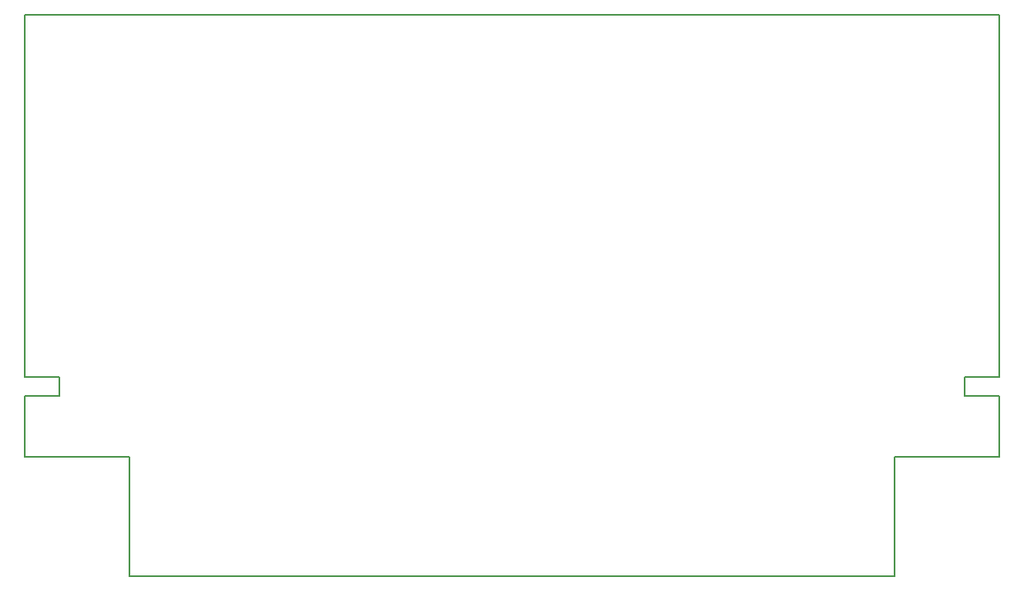
<source format=gbr>
G04 DipTrace 4.0.0.5*
G04 BoardOutline.gbr*
%MOIN*%
G04 #@! TF.FileFunction,Profile*
G04 #@! TF.Part,Single*
%ADD12C,0.005512*%
%FSLAX26Y26*%
G04*
G70*
G90*
G75*
G01*
G04 BoardOutline*
%LPD*%
X816929Y876772D2*
D12*
Y393701D1*
X3907480D1*
Y876772D1*
X4330709D1*
Y1122835D1*
X4192913D1*
Y1201575D1*
X4330709D1*
Y2668110D1*
X393701D1*
Y1201575D1*
X531496D1*
Y1122835D1*
X393701D1*
Y876772D1*
X816929D1*
M02*

</source>
